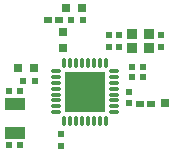
<source format=gtp>
G04 Layer_Color=8421504*
%FSLAX24Y24*%
%MOIN*%
G70*
G01*
G75*
%ADD10R,0.0256X0.0197*%
%ADD11R,0.0295X0.0315*%
%ADD12R,0.0236X0.0197*%
%ADD13R,0.0709X0.0394*%
%ADD14R,0.0374X0.0335*%
%ADD15R,0.1378X0.1378*%
%ADD16O,0.0335X0.0118*%
%ADD17O,0.0118X0.0335*%
%ADD18R,0.0315X0.0295*%
%ADD19R,0.0197X0.0236*%
%ADD20R,0.0300X0.0300*%
D10*
X-1237Y2380D02*
D03*
X-863D02*
D03*
X1826Y-397D02*
D03*
X2200D02*
D03*
D11*
X-114Y2780D02*
D03*
X-646D02*
D03*
X-1704Y770D02*
D03*
X-2236D02*
D03*
D12*
X-73Y2380D02*
D03*
X-467D02*
D03*
X-2547Y-1790D02*
D03*
X-2153D02*
D03*
X-2547Y10D02*
D03*
X-2153D02*
D03*
X1947Y820D02*
D03*
X1553D02*
D03*
X1553Y480D02*
D03*
X1947D02*
D03*
X-2057Y360D02*
D03*
X-1663D02*
D03*
D13*
X-2340Y-398D02*
D03*
Y-1382D02*
D03*
D14*
X2135Y1454D02*
D03*
Y1906D02*
D03*
X1565D02*
D03*
Y1454D02*
D03*
D15*
X-0Y0D02*
D03*
D16*
X-965Y689D02*
D03*
Y492D02*
D03*
Y295D02*
D03*
Y98D02*
D03*
Y-98D02*
D03*
Y-295D02*
D03*
Y-492D02*
D03*
Y-689D02*
D03*
X965D02*
D03*
Y-492D02*
D03*
Y-295D02*
D03*
Y-98D02*
D03*
Y98D02*
D03*
Y295D02*
D03*
Y492D02*
D03*
Y689D02*
D03*
D17*
X-689Y-965D02*
D03*
X-492D02*
D03*
X-295D02*
D03*
X-98D02*
D03*
X98D02*
D03*
X295D02*
D03*
X492D02*
D03*
X689D02*
D03*
Y965D02*
D03*
X492D02*
D03*
X295D02*
D03*
X98D02*
D03*
X-98D02*
D03*
X-295D02*
D03*
X-492D02*
D03*
X-689D02*
D03*
D18*
X-730Y1444D02*
D03*
Y1976D02*
D03*
D19*
X800Y1877D02*
D03*
Y1483D02*
D03*
X-800Y-1807D02*
D03*
Y-1413D02*
D03*
X1453Y-394D02*
D03*
Y-0D02*
D03*
X1150Y1877D02*
D03*
Y1483D02*
D03*
X2550Y1483D02*
D03*
Y1877D02*
D03*
D20*
X2671Y-394D02*
D03*
M02*

</source>
